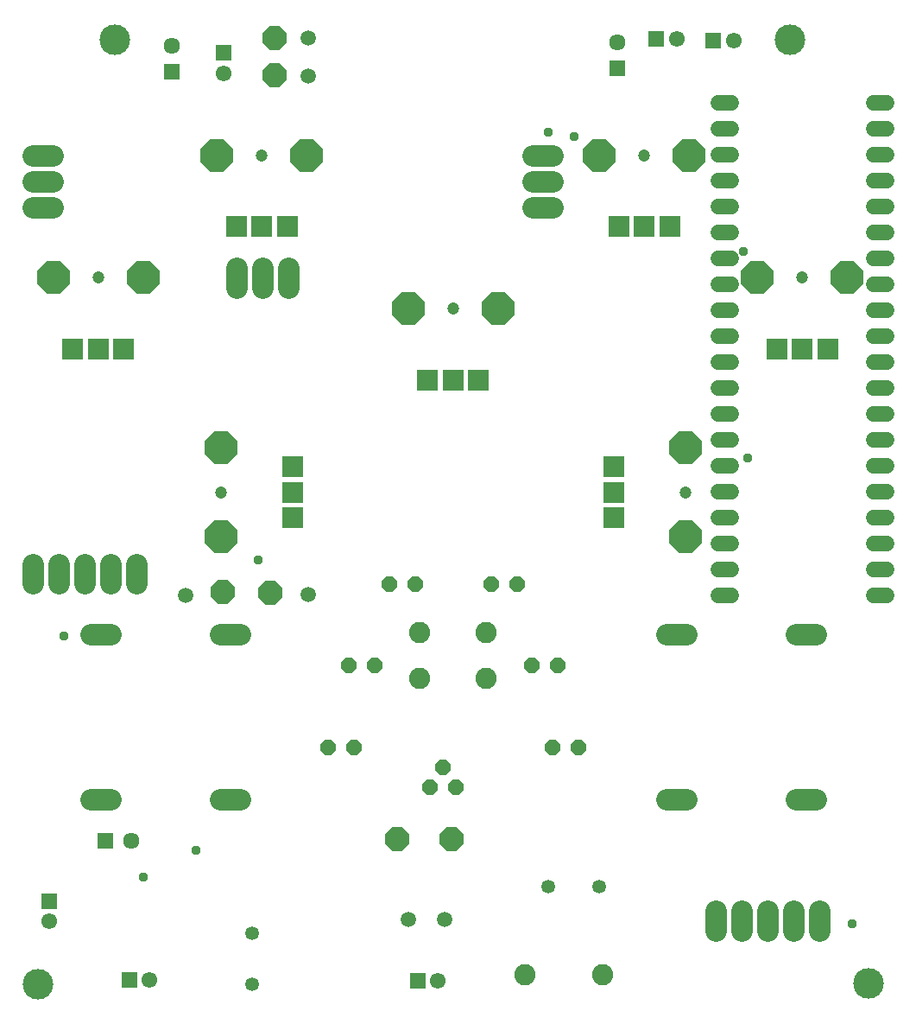
<source format=gbr>
G04 EAGLE Gerber X2 export*
%TF.Part,Single*%
%TF.FileFunction,Soldermask,Bot,1*%
%TF.FilePolarity,Positive*%
%TF.GenerationSoftware,Autodesk,EAGLE,9.2.2*%
%TF.CreationDate,2019-03-16T21:44:51Z*%
G75*
%MOMM*%
%FSLAX34Y34*%
%LPD*%
%INSoldermask Bottom*%
%AMOC8*
5,1,8,0,0,1.08239X$1,22.5*%
G01*
%ADD10P,2.556822X8X202.500000*%
%ADD11R,1.553200X1.553200*%
%ADD12C,1.553200*%
%ADD13C,1.611200*%
%ADD14R,1.611200X1.611200*%
%ADD15C,3.003200*%
%ADD16C,2.153200*%
%ADD17P,2.556822X8X22.500000*%
%ADD18P,1.649562X8X22.500000*%
%ADD19C,1.511200*%
%ADD20R,2.082800X2.082800*%
%ADD21P,3.467112X8X292.500000*%
%ADD22C,1.203200*%
%ADD23P,3.467112X8X22.500000*%
%ADD24P,3.467112X8X202.500000*%
%ADD25C,1.503200*%
%ADD26P,1.649562X8X202.500000*%
%ADD27C,2.082800*%
%ADD28C,2.159000*%
%ADD29C,2.082800*%
%ADD30C,1.346200*%
%ADD31C,0.959600*%


D10*
X267672Y964694D03*
X267672Y928475D03*
D11*
X697770Y962330D03*
D12*
X717770Y962330D03*
D11*
X641639Y964091D03*
D12*
X661639Y964091D03*
D11*
X217134Y950560D03*
D12*
X217134Y930560D03*
D13*
X603556Y960896D03*
D14*
X603556Y935496D03*
D13*
X166692Y957507D03*
D14*
X166692Y932107D03*
D15*
X850000Y39085D03*
X35000Y37818D03*
D16*
X86750Y218850D02*
X106250Y218850D01*
X106250Y381150D02*
X86750Y381150D01*
X213750Y218850D02*
X233250Y218850D01*
X233250Y381150D02*
X213750Y381150D01*
D10*
X216767Y421827D03*
D17*
X263210Y421692D03*
D16*
X778750Y381150D02*
X798250Y381150D01*
X798250Y218850D02*
X778750Y218850D01*
X671250Y381150D02*
X651750Y381150D01*
X651750Y218850D02*
X671250Y218850D01*
D18*
X445478Y231057D03*
X432778Y250107D03*
X420078Y231057D03*
D19*
X702260Y901700D02*
X715340Y901700D01*
X715340Y876300D02*
X702260Y876300D01*
X702260Y850900D02*
X715340Y850900D01*
X715340Y825500D02*
X702260Y825500D01*
X702260Y800100D02*
X715340Y800100D01*
X715340Y774700D02*
X702260Y774700D01*
X702260Y749300D02*
X715340Y749300D01*
X715340Y723900D02*
X702260Y723900D01*
X702260Y698500D02*
X715340Y698500D01*
X715340Y673100D02*
X702260Y673100D01*
X702260Y647700D02*
X715340Y647700D01*
X715340Y622300D02*
X702260Y622300D01*
X702260Y596900D02*
X715340Y596900D01*
X715340Y571500D02*
X702260Y571500D01*
X702260Y546100D02*
X715340Y546100D01*
X715340Y520700D02*
X702260Y520700D01*
X702260Y495300D02*
X715340Y495300D01*
X715340Y469900D02*
X702260Y469900D01*
X702260Y444500D02*
X715340Y444500D01*
X715340Y419100D02*
X702260Y419100D01*
X854660Y901700D02*
X867740Y901700D01*
X867740Y876300D02*
X854660Y876300D01*
X854660Y850900D02*
X867740Y850900D01*
X867740Y825500D02*
X854660Y825500D01*
X854660Y800100D02*
X867740Y800100D01*
X867740Y774700D02*
X854660Y774700D01*
X854660Y749300D02*
X867740Y749300D01*
X867740Y723900D02*
X854660Y723900D01*
X854660Y698500D02*
X867740Y698500D01*
X867740Y673100D02*
X854660Y673100D01*
X854660Y647700D02*
X867740Y647700D01*
X867740Y622300D02*
X854660Y622300D01*
X854660Y596900D02*
X867740Y596900D01*
X867740Y571500D02*
X854660Y571500D01*
X854660Y546100D02*
X867740Y546100D01*
X867740Y520700D02*
X854660Y520700D01*
X854660Y495300D02*
X867740Y495300D01*
X867740Y469900D02*
X854660Y469900D01*
X854660Y444500D02*
X867740Y444500D01*
X867740Y419100D02*
X854660Y419100D01*
D20*
X760000Y660000D03*
X785000Y660000D03*
X810000Y660000D03*
D21*
X741000Y730000D03*
X829000Y730000D03*
D22*
X785000Y730000D03*
D20*
X285000Y495000D03*
X285000Y520000D03*
X285000Y545000D03*
D23*
X215000Y476000D03*
X215000Y564000D03*
D22*
X215000Y520000D03*
D20*
X605000Y780000D03*
X630000Y780000D03*
X655000Y780000D03*
D21*
X586000Y850000D03*
X674000Y850000D03*
D22*
X630000Y850000D03*
D20*
X600000Y545000D03*
X600000Y520000D03*
X600000Y495000D03*
D24*
X670000Y564000D03*
X670000Y476000D03*
D22*
X670000Y520000D03*
D20*
X417500Y630000D03*
X442500Y630000D03*
X467500Y630000D03*
D21*
X398500Y700000D03*
X486500Y700000D03*
D22*
X442500Y700000D03*
D20*
X69588Y660000D03*
X94588Y660000D03*
X119588Y660000D03*
D21*
X50588Y730000D03*
X138588Y730000D03*
D22*
X94588Y730000D03*
D25*
X300203Y419474D03*
X179936Y419108D03*
X300460Y964978D03*
X300460Y927386D03*
D26*
X405200Y430000D03*
X379800Y430000D03*
X505200Y430000D03*
X479800Y430000D03*
X545200Y350000D03*
X519800Y350000D03*
X565200Y270000D03*
X539800Y270000D03*
X365200Y350000D03*
X339800Y350000D03*
X345200Y270000D03*
X319800Y270000D03*
D27*
X30000Y430602D02*
X30000Y449398D01*
X55400Y449398D02*
X55400Y430602D01*
X80800Y430602D02*
X80800Y449398D01*
X106200Y449398D02*
X106200Y430602D01*
X131600Y430602D02*
X131600Y449398D01*
D28*
X49887Y799030D02*
X30329Y799030D01*
X30329Y824430D02*
X49887Y824430D01*
X49887Y849830D02*
X30329Y849830D01*
X520329Y799030D02*
X539887Y799030D01*
X539887Y824430D02*
X520329Y824430D01*
X520329Y849830D02*
X539887Y849830D01*
X280908Y739891D02*
X280908Y720333D01*
X255508Y720333D02*
X255508Y739891D01*
X230108Y739891D02*
X230108Y720333D01*
D20*
X230000Y780000D03*
X255000Y780000D03*
X280000Y780000D03*
D21*
X211000Y850000D03*
X299000Y850000D03*
D22*
X255000Y850000D03*
D29*
X475012Y382606D03*
X409988Y382606D03*
X475012Y337394D03*
X409988Y337394D03*
D11*
X46555Y119279D03*
D12*
X46555Y99279D03*
D13*
X126508Y178437D03*
D14*
X101108Y178437D03*
D11*
X125012Y42305D03*
D12*
X145012Y42305D03*
D30*
X245740Y37760D03*
X245740Y87760D03*
D11*
X407684Y41418D03*
D12*
X427684Y41418D03*
D29*
X512962Y47018D03*
X589162Y47018D03*
D30*
X535693Y133163D03*
X585693Y133163D03*
D27*
X700000Y109398D02*
X700000Y90602D01*
X725400Y90602D02*
X725400Y109398D01*
X750800Y109398D02*
X750800Y90602D01*
X776200Y90602D02*
X776200Y109398D01*
X801600Y109398D02*
X801600Y90602D01*
D15*
X110534Y963497D03*
X772959Y963223D03*
D25*
X398872Y100930D03*
X434417Y100930D03*
D17*
X387296Y179972D03*
X440846Y179972D03*
D31*
X138684Y143256D03*
X190500Y169164D03*
X834215Y97033D03*
X535845Y872562D03*
X560842Y868664D03*
X251652Y453752D03*
X731520Y553212D03*
X726948Y755904D03*
X60960Y379476D03*
M02*

</source>
